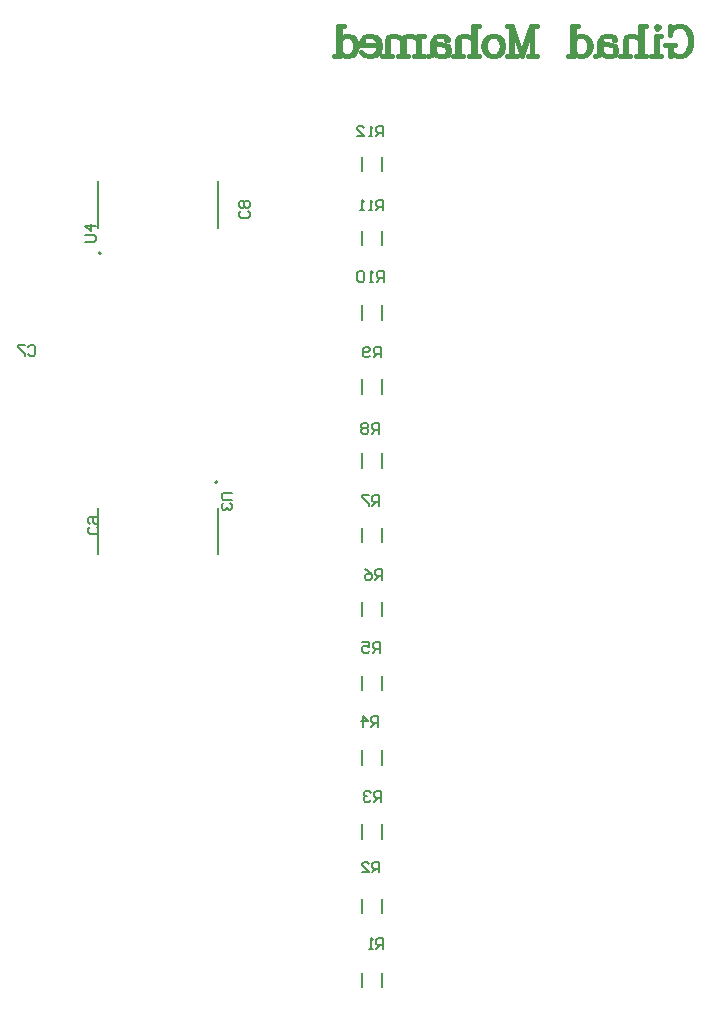
<source format=gbo>
G04*
G04 #@! TF.GenerationSoftware,Altium Limited,Altium Designer,24.0.1 (36)*
G04*
G04 Layer_Color=32896*
%FSLAX44Y44*%
%MOMM*%
G71*
G04*
G04 #@! TF.SameCoordinates,71F2B9B8-5446-4F90-8F71-DE05B1429098*
G04*
G04*
G04 #@! TF.FilePolarity,Positive*
G04*
G01*
G75*
%ADD10C,0.2000*%
%ADD12C,0.1270*%
%ADD14C,0.3810*%
%ADD15C,0.1524*%
D10*
X420553Y525891D02*
G03*
X420553Y525891I-1000J0D01*
G01*
X321818Y719739D02*
G03*
X321818Y719739I-1000J0D01*
G01*
D12*
X560150Y789439D02*
Y801639D01*
X543151Y789439D02*
Y801639D01*
X560150Y726631D02*
Y738831D01*
X543151Y726631D02*
Y738831D01*
X560150Y663824D02*
Y676024D01*
X543151Y663824D02*
Y676024D01*
X560150Y601017D02*
Y613217D01*
X543151Y601017D02*
Y613217D01*
X560150Y538210D02*
Y550409D01*
X543151Y538210D02*
Y550409D01*
X560150Y475402D02*
Y487602D01*
X543151Y475402D02*
Y487602D01*
X560150Y412595D02*
Y424795D01*
X543151Y412595D02*
Y424795D01*
X560150Y349788D02*
Y361988D01*
X543151Y349788D02*
Y361988D01*
X560150Y286980D02*
Y299181D01*
X543151Y286980D02*
Y299181D01*
X560150Y224173D02*
Y236373D01*
X543151Y224173D02*
Y236373D01*
X560150Y161366D02*
Y173566D01*
X543151Y161366D02*
Y173566D01*
X560150Y98559D02*
Y110759D01*
X543151Y98559D02*
Y110759D01*
X420753Y464941D02*
Y503941D01*
X319453Y464941D02*
Y503941D01*
X420918Y741689D02*
Y780689D01*
X319618Y741689D02*
Y780689D01*
D14*
X804574Y908735D02*
X803365Y905107D01*
Y912363D01*
X804574Y908735D01*
X806993Y911153D01*
X810621Y912363D01*
X813039D01*
X816667Y911153D01*
X819085Y908735D01*
X820295Y906316D01*
X821504Y902688D01*
Y896642D01*
X820295Y893014D01*
X819085Y890596D01*
X816667Y888177D01*
X813039Y886968D01*
X810621D01*
X806993Y888177D01*
X804574Y890596D01*
X813039Y912363D02*
X815458Y911153D01*
X817876Y908735D01*
X819085Y906316D01*
X820295Y902688D01*
Y896642D01*
X819085Y893014D01*
X817876Y890596D01*
X815458Y888177D01*
X813039Y886968D01*
X804574Y896642D02*
Y886968D01*
X803365Y896642D02*
Y886968D01*
X808202Y896642D02*
X799737D01*
X792844Y912363D02*
X794054Y911153D01*
X792844Y909944D01*
X791635Y911153D01*
X792844Y912363D01*
Y903898D02*
Y886968D01*
X791635Y903898D02*
Y886968D01*
X796472Y903898D02*
X791635D01*
X796472Y886968D02*
X788007D01*
X779784Y912363D02*
Y886968D01*
X778575Y912363D02*
Y886968D01*
Y900270D02*
X776157Y902688D01*
X772529Y903898D01*
X770110D01*
X766482Y902688D01*
X765273Y900270D01*
Y886968D01*
X770110Y903898D02*
X767692Y902688D01*
X766482Y900270D01*
Y886968D01*
X783412Y912363D02*
X778575D01*
X783412Y886968D02*
X774947D01*
X770110D02*
X761646D01*
X755962Y901479D02*
Y900270D01*
X757171D01*
Y901479D01*
X755962Y902688D01*
X753543Y903898D01*
X748706D01*
X746288Y902688D01*
X745079Y901479D01*
X743869Y899061D01*
Y890596D01*
X742660Y888177D01*
X741451Y886968D01*
X745079Y901479D02*
Y890596D01*
X743869Y888177D01*
X741451Y886968D01*
X740241D01*
X745079Y899061D02*
X746288Y897851D01*
X753543Y896642D01*
X757171Y895433D01*
X758380Y893014D01*
Y890596D01*
X757171Y888177D01*
X753543Y886968D01*
X749916D01*
X747497Y888177D01*
X745079Y890596D01*
X753543Y896642D02*
X755962Y895433D01*
X757171Y893014D01*
Y890596D01*
X755962Y888177D01*
X753543Y886968D01*
X722103Y912363D02*
Y886968D01*
X720893Y912363D02*
Y886968D01*
X722103Y900270D02*
X724521Y902688D01*
X726940Y903898D01*
X729358D01*
X732986Y902688D01*
X735404Y900270D01*
X736614Y896642D01*
Y894224D01*
X735404Y890596D01*
X732986Y888177D01*
X729358Y886968D01*
X726940D01*
X724521Y888177D01*
X722103Y890596D01*
X729358Y903898D02*
X731777Y902688D01*
X734195Y900270D01*
X735404Y896642D01*
Y894224D01*
X734195Y890596D01*
X731777Y888177D01*
X729358Y886968D01*
X725730Y912363D02*
X720893D01*
X722103Y886968D02*
X717265D01*
X687276Y912363D02*
Y886968D01*
X686066Y912363D02*
X678811Y890596D01*
X687276Y912363D02*
X678811Y886968D01*
X670346Y912363D02*
X678811Y886968D01*
X670346Y912363D02*
Y886968D01*
X669137Y912363D02*
Y886968D01*
X690903Y912363D02*
X686066D01*
X670346D02*
X665509D01*
X690903Y886968D02*
X683648D01*
X673974D02*
X665509D01*
X655351Y903898D02*
X658979Y902688D01*
X661397Y900270D01*
X662607Y896642D01*
Y894224D01*
X661397Y890596D01*
X658979Y888177D01*
X655351Y886968D01*
X652933D01*
X649305Y888177D01*
X646886Y890596D01*
X645677Y894224D01*
Y896642D01*
X646886Y900270D01*
X649305Y902688D01*
X652933Y903898D01*
X655351D01*
X657770Y902688D01*
X660188Y900270D01*
X661397Y896642D01*
Y894224D01*
X660188Y890596D01*
X657770Y888177D01*
X655351Y886968D01*
X652933D02*
X650514Y888177D01*
X648095Y890596D01*
X646886Y894224D01*
Y896642D01*
X648095Y900270D01*
X650514Y902688D01*
X652933Y903898D01*
X638301Y912363D02*
Y886968D01*
X637091Y912363D02*
Y886968D01*
Y900270D02*
X634673Y902688D01*
X631045Y903898D01*
X628626D01*
X624999Y902688D01*
X623789Y900270D01*
Y886968D01*
X628626Y903898D02*
X626208Y902688D01*
X624999Y900270D01*
Y886968D01*
X641928Y912363D02*
X637091D01*
X641928Y886968D02*
X633463D01*
X628626D02*
X620162D01*
X614478Y901479D02*
Y900270D01*
X615687D01*
Y901479D01*
X614478Y902688D01*
X612060Y903898D01*
X607222D01*
X604804Y902688D01*
X603595Y901479D01*
X602385Y899061D01*
Y890596D01*
X601176Y888177D01*
X599967Y886968D01*
X603595Y901479D02*
Y890596D01*
X602385Y888177D01*
X599967Y886968D01*
X598758D01*
X603595Y899061D02*
X604804Y897851D01*
X612060Y896642D01*
X615687Y895433D01*
X616897Y893014D01*
Y890596D01*
X615687Y888177D01*
X612060Y886968D01*
X608432D01*
X606013Y888177D01*
X603595Y890596D01*
X612060Y896642D02*
X614478Y895433D01*
X615687Y893014D01*
Y890596D01*
X614478Y888177D01*
X612060Y886968D01*
X591502Y903898D02*
Y886968D01*
X590293Y903898D02*
Y886968D01*
Y900270D02*
X587874Y902688D01*
X584246Y903898D01*
X581828D01*
X578200Y902688D01*
X576991Y900270D01*
Y886968D01*
X581828Y903898D02*
X579409Y902688D01*
X578200Y900270D01*
Y886968D01*
X576991Y900270D02*
X574572Y902688D01*
X570945Y903898D01*
X568526D01*
X564898Y902688D01*
X563689Y900270D01*
Y886968D01*
X568526Y903898D02*
X566107Y902688D01*
X564898Y900270D01*
Y886968D01*
X595130Y903898D02*
X590293D01*
X595130Y886968D02*
X586665D01*
X581828D02*
X573363D01*
X568526D02*
X560061D01*
X556917Y896642D02*
X542406D01*
Y899061D01*
X543615Y901479D01*
X544824Y902688D01*
X547243Y903898D01*
X550871D01*
X554498Y902688D01*
X556917Y900270D01*
X558126Y896642D01*
Y894224D01*
X556917Y890596D01*
X554498Y888177D01*
X550871Y886968D01*
X548452D01*
X544824Y888177D01*
X542406Y890596D01*
X543615Y896642D02*
Y900270D01*
X544824Y902688D01*
X550871Y903898D02*
X553289Y902688D01*
X555708Y900270D01*
X556917Y896642D01*
Y894224D01*
X555708Y890596D01*
X553289Y888177D01*
X550871Y886968D01*
X524025Y912363D02*
Y886968D01*
X522816Y912363D02*
Y886968D01*
X524025Y900270D02*
X526443Y902688D01*
X528862Y903898D01*
X531281D01*
X534908Y902688D01*
X537327Y900270D01*
X538536Y896642D01*
Y894224D01*
X537327Y890596D01*
X534908Y888177D01*
X531281Y886968D01*
X528862D01*
X526443Y888177D01*
X524025Y890596D01*
X531281Y903898D02*
X533699Y902688D01*
X536118Y900270D01*
X537327Y896642D01*
Y894224D01*
X536118Y890596D01*
X533699Y888177D01*
X531281Y886968D01*
X527653Y912363D02*
X522816D01*
X524025Y886968D02*
X519188D01*
D15*
X308674Y729653D02*
X316080D01*
X317561Y731134D01*
Y734097D01*
X316080Y735578D01*
X308674D01*
X317561Y742984D02*
X308674D01*
X313118Y738540D01*
Y744465D01*
X432967Y517247D02*
X425561D01*
X424079Y515766D01*
Y512804D01*
X425561Y511322D01*
X432967D01*
X431485Y508360D02*
X432967Y506879D01*
Y503917D01*
X431485Y502435D01*
X430004D01*
X428523Y503917D01*
Y505398D01*
Y503917D01*
X427042Y502435D01*
X425561D01*
X424079Y503917D01*
Y506879D01*
X425561Y508360D01*
X560563Y818908D02*
Y827795D01*
X556120D01*
X554638Y826314D01*
Y823352D01*
X556120Y821870D01*
X560563D01*
X557601D02*
X554638Y818908D01*
X551676D02*
X548714D01*
X550195D01*
Y827795D01*
X551676Y826314D01*
X538345Y818908D02*
X544270D01*
X538345Y824833D01*
Y826314D01*
X539827Y827795D01*
X542789D01*
X544270Y826314D01*
X560687Y756210D02*
Y765097D01*
X556244D01*
X554762Y763616D01*
Y760654D01*
X556244Y759172D01*
X560687D01*
X557725D02*
X554762Y756210D01*
X551800D02*
X548838D01*
X550319D01*
Y765097D01*
X551800Y763616D01*
X544394Y756210D02*
X541432D01*
X542913D01*
Y765097D01*
X544394Y763616D01*
X561207Y695799D02*
Y704686D01*
X556763D01*
X555282Y703205D01*
Y700242D01*
X556763Y698761D01*
X561207D01*
X558244D02*
X555282Y695799D01*
X552319D02*
X549357D01*
X550838D01*
Y704686D01*
X552319Y703205D01*
X544913D02*
X543432Y704686D01*
X540470D01*
X538989Y703205D01*
Y697280D01*
X540470Y695799D01*
X543432D01*
X544913Y697280D01*
Y703205D01*
X558792Y631673D02*
Y640560D01*
X554348D01*
X552867Y639079D01*
Y636116D01*
X554348Y634635D01*
X558792D01*
X555829D02*
X552867Y631673D01*
X549905Y633154D02*
X548423Y631673D01*
X545461D01*
X543980Y633154D01*
Y639079D01*
X545461Y640560D01*
X548423D01*
X549905Y639079D01*
Y637598D01*
X548423Y636116D01*
X543980D01*
X557274Y567216D02*
Y576104D01*
X552831D01*
X551349Y574622D01*
Y571660D01*
X552831Y570179D01*
X557274D01*
X554312D02*
X551349Y567216D01*
X548387Y574622D02*
X546906Y576104D01*
X543944D01*
X542462Y574622D01*
Y573141D01*
X543944Y571660D01*
X542462Y570179D01*
Y568698D01*
X543944Y567216D01*
X546906D01*
X548387Y568698D01*
Y570179D01*
X546906Y571660D01*
X548387Y573141D01*
Y574622D01*
X546906Y571660D02*
X543944D01*
X557356Y506075D02*
Y514962D01*
X552912D01*
X551431Y513481D01*
Y510518D01*
X552912Y509037D01*
X557356D01*
X554393D02*
X551431Y506075D01*
X548468Y514962D02*
X542544D01*
Y513481D01*
X548468Y507556D01*
Y506075D01*
X559884Y443519D02*
Y452406D01*
X555440D01*
X553959Y450925D01*
Y447962D01*
X555440Y446481D01*
X559884D01*
X556921D02*
X553959Y443519D01*
X545072Y452406D02*
X548034Y450925D01*
X550997Y447962D01*
Y445000D01*
X549515Y443519D01*
X546553D01*
X545072Y445000D01*
Y446481D01*
X546553Y447962D01*
X550997D01*
X558036Y381868D02*
Y390755D01*
X553593D01*
X552112Y389274D01*
Y386311D01*
X553593Y384830D01*
X558036D01*
X555074D02*
X552112Y381868D01*
X543224Y390755D02*
X549149D01*
Y386311D01*
X546187Y387793D01*
X544706D01*
X543224Y386311D01*
Y383349D01*
X544706Y381868D01*
X547668D01*
X549149Y383349D01*
X556882Y319161D02*
Y328048D01*
X552439D01*
X550957Y326567D01*
Y323605D01*
X552439Y322123D01*
X556882D01*
X553920D02*
X550957Y319161D01*
X543551D02*
Y328048D01*
X547995Y323605D01*
X542070D01*
X559226Y255728D02*
Y264615D01*
X554783D01*
X553302Y263134D01*
Y260172D01*
X554783Y258690D01*
X559226D01*
X556264D02*
X553302Y255728D01*
X550339Y263134D02*
X548858Y264615D01*
X545896D01*
X544415Y263134D01*
Y261653D01*
X545896Y260172D01*
X547377D01*
X545896D01*
X544415Y258690D01*
Y257209D01*
X545896Y255728D01*
X548858D01*
X550339Y257209D01*
X557742Y195826D02*
Y204713D01*
X553299D01*
X551817Y203232D01*
Y200270D01*
X553299Y198789D01*
X557742D01*
X554780D02*
X551817Y195826D01*
X542930D02*
X548855D01*
X542930Y201751D01*
Y203232D01*
X544412Y204713D01*
X547374D01*
X548855Y203232D01*
X561047Y130974D02*
Y139861D01*
X556604D01*
X555123Y138380D01*
Y135418D01*
X556604Y133937D01*
X561047D01*
X558085D02*
X555123Y130974D01*
X552160D02*
X549198D01*
X550679D01*
Y139861D01*
X552160Y138380D01*
X318157Y488040D02*
X319639Y486559D01*
Y483596D01*
X318157Y482115D01*
X312233D01*
X310751Y483596D01*
Y486559D01*
X312233Y488040D01*
Y491003D02*
X310751Y492484D01*
Y495446D01*
X312233Y496927D01*
X318157D01*
X319639Y495446D01*
Y492484D01*
X318157Y491003D01*
X316676D01*
X315195Y492484D01*
Y496927D01*
X446258Y755684D02*
X447739Y754203D01*
Y751240D01*
X446258Y749759D01*
X440333D01*
X438852Y751240D01*
Y754203D01*
X440333Y755684D01*
X446258Y758646D02*
X447739Y760128D01*
Y763090D01*
X446258Y764571D01*
X444777D01*
X443296Y763090D01*
X441815Y764571D01*
X440333D01*
X438852Y763090D01*
Y760128D01*
X440333Y758646D01*
X441815D01*
X443296Y760128D01*
X444777Y758646D01*
X446258D01*
X443296Y760128D02*
Y763090D01*
X260416Y640667D02*
X261897Y642148D01*
X264859D01*
X266340Y640667D01*
Y634742D01*
X264859Y633261D01*
X261897D01*
X260416Y634742D01*
X257453Y642148D02*
X251528D01*
Y640667D01*
X257453Y634742D01*
Y633261D01*
M02*

</source>
